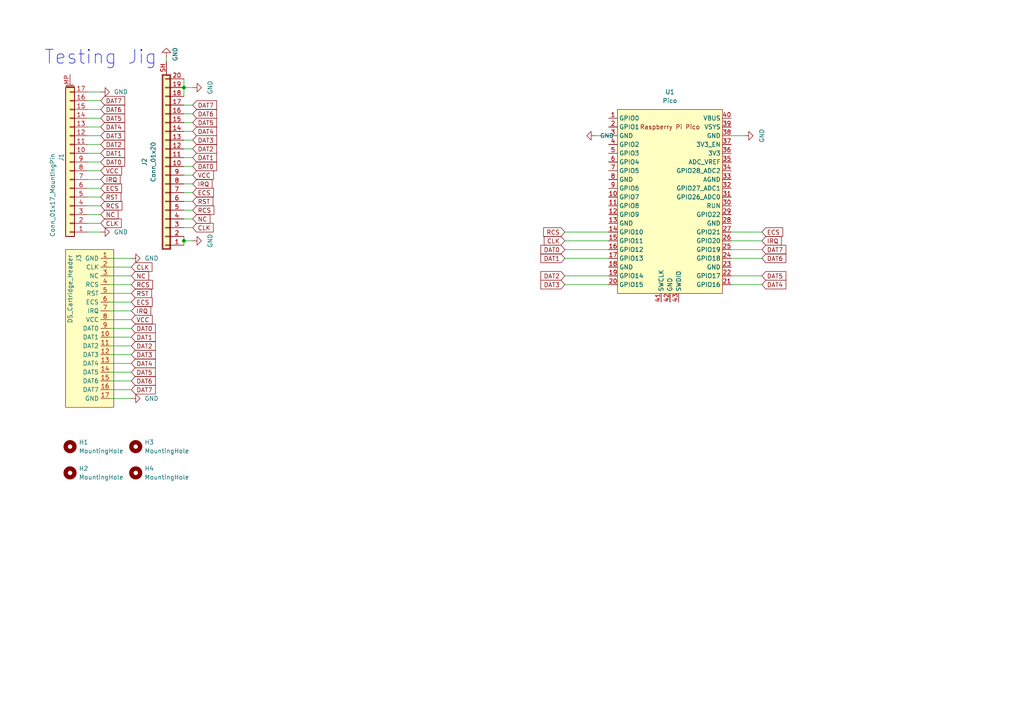
<source format=kicad_sch>
(kicad_sch (version 20211123) (generator eeschema)
  (paper "A4")
  (lib_symbols
    (symbol "Connector:DS_Cartridge_Header"
      (property "Reference" "U1" (at -19.05 0 0))
      (property "Value" "DS_Cartridge_Header" (at -10.16 -2.54 0))
      (symbol "DS_Cartridge_Header_0_1"
        (rectangle (start 24.13 10.16) (end -21.59 -3.81) (fill (type background)))
      )
      (symbol "DS_Cartridge_Header_1_1"
        (pin input line (at -19.05 8.89 270) (length 2.54) (name "GND") (number "1"))
        (pin input line (at 3.81 8.89 270) (length 2.54) (name "DAT1") (number "10"))
        (pin input line (at 6.35 8.89 270) (length 2.54) (name "DAT2") (number "11"))
        (pin input line (at 8.89 8.89 270) (length 2.54) (name "DAT3") (number "12"))
        (pin input line (at 11.43 8.89 270) (length 2.54) (name "DAT4") (number "13"))
        (pin input line (at 13.97 8.89 270) (length 2.54) (name "DAT5") (number "14"))
        (pin input line (at 16.51 8.89 270) (length 2.54) (name "DAT6") (number "15"))
        (pin input line (at 19.05 8.89 270) (length 2.54) (name "DAT7") (number "16"))
        (pin input line (at 21.59 8.89 270) (length 2.54) (name "GND") (number "17"))
        (pin input line (at -16.51 8.89 270) (length 2.54) (name "CLK") (number "2"))
        (pin input line (at -13.97 8.89 270) (length 2.54) (name "NC") (number "3"))
        (pin input line (at -11.43 8.89 270) (length 2.54) (name "RCS") (number "4"))
        (pin input line (at -8.89 8.89 270) (length 2.54) (name "RST") (number "5"))
        (pin input line (at -6.35 8.89 270) (length 2.54) (name "ECS") (number "6"))
        (pin input line (at -3.81 8.89 270) (length 2.54) (name "IRQ") (number "7"))
        (pin input line (at -1.27 8.89 270) (length 2.54) (name "VCC") (number "8"))
        (pin input line (at 1.27 8.89 270) (length 2.54) (name "DAT0") (number "9"))
      )
    )
    (symbol "Connector_Generic_MountingPin:Conn_01x17_MountingPin" (pin_names (offset 1.016) hide)
      (property "Reference" "J" (at 0 22.86 0))
      (property "Value" "Conn_01x17_MountingPin" (at 1.27 -22.86 0))
      (symbol "Conn_01x17_MountingPin_1_1"
        (rectangle (start -1.27 -20.193) (end 0 -20.447) (stroke (width 0.1524)))
        (rectangle (start -1.27 -17.653) (end 0 -17.907) (stroke (width 0.1524)))
        (rectangle (start -1.27 -15.113) (end 0 -15.367) (stroke (width 0.1524)))
        (rectangle (start -1.27 -12.573) (end 0 -12.827) (stroke (width 0.1524)))
        (rectangle (start -1.27 -10.033) (end 0 -10.287) (stroke (width 0.1524)))
        (rectangle (start -1.27 -7.493) (end 0 -7.747) (stroke (width 0.1524)))
        (rectangle (start -1.27 -4.953) (end 0 -5.207) (stroke (width 0.1524)))
        (rectangle (start -1.27 -2.413) (end 0 -2.667) (stroke (width 0.1524)))
        (rectangle (start -1.27 0.127) (end 0 -0.127) (stroke (width 0.1524)))
        (rectangle (start -1.27 2.667) (end 0 2.413) (stroke (width 0.1524)))
        (rectangle (start -1.27 5.207) (end 0 4.953) (stroke (width 0.1524)))
        (rectangle (start -1.27 7.747) (end 0 7.493) (stroke (width 0.1524)))
        (rectangle (start -1.27 10.287) (end 0 10.033) (stroke (width 0.1524)))
        (rectangle (start -1.27 12.827) (end 0 12.573) (stroke (width 0.1524)))
        (rectangle (start -1.27 15.367) (end 0 15.113) (stroke (width 0.1524)))
        (rectangle (start -1.27 17.907) (end 0 17.653) (stroke (width 0.1524)))
        (rectangle (start -1.27 20.447) (end 0 20.193) (stroke (width 0.1524)))
        (rectangle (start -1.27 21.59) (end 1.27 -21.59) (stroke (width 0.254)) (fill (type background)))
        (polyline (pts (xy -1.016 -22.352) (xy 1.016 -22.352)) (stroke (width 0.1524)))
        (text "Mounting" (at 0 -21.971 0) (effects (font (size 0.381 0.381))))
        (pin passive line (at -5.08 20.32 0) (length 3.81) (name "Pin_1") (number "1"))
        (pin passive line (at -5.08 -2.54 0) (length 3.81) (name "Pin_10") (number "10"))
        (pin passive line (at -5.08 -5.08 0) (length 3.81) (name "Pin_11") (number "11"))
        (pin passive line (at -5.08 -7.62 0) (length 3.81) (name "Pin_12") (number "12"))
        (pin passive line (at -5.08 -10.16 0) (length 3.81) (name "Pin_13") (number "13"))
        (pin passive line (at -5.08 -12.7 0) (length 3.81) (name "Pin_14") (number "14"))
        (pin passive line (at -5.08 -15.24 0) (length 3.81) (name "Pin_15") (number "15"))
        (pin passive line (at -5.08 -17.78 0) (length 3.81) (name "Pin_16") (number "16"))
        (pin passive line (at -5.08 -20.32 0) (length 3.81) (name "Pin_17") (number "17"))
        (pin passive line (at -5.08 17.78 0) (length 3.81) (name "Pin_2") (number "2"))
        (pin passive line (at -5.08 15.24 0) (length 3.81) (name "Pin_3") (number "3"))
        (pin passive line (at -5.08 12.7 0) (length 3.81) (name "Pin_4") (number "4"))
        (pin passive line (at -5.08 10.16 0) (length 3.81) (name "Pin_5") (number "5"))
        (pin passive line (at -5.08 7.62 0) (length 3.81) (name "Pin_6") (number "6"))
        (pin passive line (at -5.08 5.08 0) (length 3.81) (name "Pin_7") (number "7"))
        (pin passive line (at -5.08 2.54 0) (length 3.81) (name "Pin_8") (number "8"))
        (pin passive line (at -5.08 0 0) (length 3.81) (name "Pin_9") (number "9"))
        (pin passive line (at 0 -25.4 90) (length 3.048) (name "MountPin") (number "MP"))
      )
    )
    (symbol "Connector_Generic_Shielded:Conn_01x20_Shielded" (pin_names (offset 1.016) hide)
      (property "Reference" "J" (at 0.254 25.146 0))
      (property "Value" "Conn_01x20_Shielded" (at 1.016 -27.686 0))
      (symbol "Conn_01x20_Shielded_1_1"
        (rectangle (start -1.27 24.13) (end 1.27 -26.67) (stroke (width 0.1524)))
        (rectangle (start -1.016 -25.273) (end 0.254 -25.527) (stroke (width 0.1524)))
        (rectangle (start -1.016 -22.733) (end 0.254 -22.987) (stroke (width 0.1524)))
        (rectangle (start -1.016 -20.193) (end 0.254 -20.447) (stroke (width 0.1524)))
        (rectangle (start -1.016 -17.653) (end 0.254 -17.907) (stroke (width 0.1524)))
        (rectangle (start -1.016 -15.113) (end 0.254 -15.367) (stroke (width 0.1524)))
        (rectangle (start -1.016 -12.573) (end 0.254 -12.827) (stroke (width 0.1524)))
        (rectangle (start -1.016 -10.033) (end 0.254 -10.287) (stroke (width 0.1524)))
        (rectangle (start -1.016 -7.493) (end 0.254 -7.747) (stroke (width 0.1524)))
        (rectangle (start -1.016 -4.953) (end 0.254 -5.207) (stroke (width 0.1524)))
        (rectangle (start -1.016 -2.413) (end 0.254 -2.667) (stroke (width 0.1524)))
        (rectangle (start -1.016 0.127) (end 0.254 -0.127) (stroke (width 0.1524)))
        (rectangle (start -1.016 2.667) (end 0.254 2.413) (stroke (width 0.1524)))
        (rectangle (start -1.016 5.207) (end 0.254 4.953) (stroke (width 0.1524)))
        (rectangle (start -1.016 7.747) (end 0.254 7.493) (stroke (width 0.1524)))
        (rectangle (start -1.016 10.287) (end 0.254 10.033) (stroke (width 0.1524)))
        (rectangle (start -1.016 12.827) (end 0.254 12.573) (stroke (width 0.1524)))
        (rectangle (start -1.016 15.367) (end 0.254 15.113) (stroke (width 0.1524)))
        (rectangle (start -1.016 17.907) (end 0.254 17.653) (stroke (width 0.1524)))
        (rectangle (start -1.016 20.447) (end 0.254 20.193) (stroke (width 0.1524)))
        (rectangle (start -1.016 22.987) (end 0.254 22.733) (stroke (width 0.1524)))
        (rectangle (start -1.016 23.876) (end 1.016 -26.416) (stroke (width 0.254)) (fill (type background)))
        (pin passive line (at -5.08 22.86 0) (length 4.064) (name "Pin_1") (number "1"))
        (pin passive line (at -5.08 0 0) (length 4.064) (name "Pin_10") (number "10"))
        (pin passive line (at -5.08 -2.54 0) (length 4.064) (name "Pin_11") (number "11"))
        (pin passive line (at -5.08 -5.08 0) (length 4.064) (name "Pin_12") (number "12"))
        (pin passive line (at -5.08 -7.62 0) (length 4.064) (name "Pin_13") (number "13"))
        (pin passive line (at -5.08 -10.16 0) (length 4.064) (name "Pin_14") (number "14"))
        (pin passive line (at -5.08 -12.7 0) (length 4.064) (name "Pin_15") (number "15"))
        (pin passive line (at -5.08 -15.24 0) (length 4.064) (name "Pin_16") (number "16"))
        (pin passive line (at -5.08 -17.78 0) (length 4.064) (name "Pin_17") (number "17"))
        (pin passive line (at -5.08 -20.32 0) (length 4.064) (name "Pin_18") (number "18"))
        (pin passive line (at -5.08 -22.86 0) (length 4.064) (name "Pin_19") (number "19"))
        (pin passive line (at -5.08 20.32 0) (length 4.064) (name "Pin_2") (number "2"))
        (pin passive line (at -5.08 -25.4 0) (length 4.064) (name "Pin_20") (number "20"))
        (pin passive line (at -5.08 17.78 0) (length 4.064) (name "Pin_3") (number "3"))
        (pin passive line (at -5.08 15.24 0) (length 4.064) (name "Pin_4") (number "4"))
        (pin passive line (at -5.08 12.7 0) (length 4.064) (name "Pin_5") (number "5"))
        (pin passive line (at -5.08 10.16 0) (length 4.064) (name "Pin_6") (number "6"))
        (pin passive line (at -5.08 7.62 0) (length 4.064) (name "Pin_7") (number "7"))
        (pin passive line (at -5.08 5.08 0) (length 4.064) (name "Pin_8") (number "8"))
        (pin passive line (at -5.08 2.54 0) (length 4.064) (name "Pin_9") (number "9"))
        (pin passive line (at 0 -30.48 90) (length 3.81) (name "Shield") (number "SH"))
      )
    )
    (symbol "MCU_RaspberryPi_and_Boards:Pico"
      (property "Reference" "U" (at -13.97 27.94 0))
      (property "Value" "Pico" (at 0 19.05 0))
      (symbol "Pico_0_0"
        (text "Raspberry Pi Pico" (at 0 21.59 0) (effects (font (size 1.27 1.27))))
      )
      (symbol "Pico_0_1"
        (rectangle (start -15.24 26.67) (end 15.24 -26.67) (fill (type background)))
      )
      (symbol "Pico_1_1"
        (pin bidirectional line (at -17.78 24.13 0) (length 2.54) (name "GPIO0") (number "1"))
        (pin bidirectional line (at -17.78 1.27 0) (length 2.54) (name "GPIO7") (number "10"))
        (pin bidirectional line (at -17.78 -1.27 0) (length 2.54) (name "GPIO8") (number "11"))
        (pin bidirectional line (at -17.78 -3.81 0) (length 2.54) (name "GPIO9") (number "12"))
        (pin power_in line (at -17.78 -6.35 0) (length 2.54) (name "GND") (number "13"))
        (pin bidirectional line (at -17.78 -8.89 0) (length 2.54) (name "GPIO10") (number "14"))
        (pin bidirectional line (at -17.78 -11.43 0) (length 2.54) (name "GPIO11") (number "15"))
        (pin bidirectional line (at -17.78 -13.97 0) (length 2.54) (name "GPIO12") (number "16"))
        (pin bidirectional line (at -17.78 -16.51 0) (length 2.54) (name "GPIO13") (number "17"))
        (pin power_in line (at -17.78 -19.05 0) (length 2.54) (name "GND") (number "18"))
        (pin bidirectional line (at -17.78 -21.59 0) (length 2.54) (name "GPIO14") (number "19"))
        (pin bidirectional line (at -17.78 21.59 0) (length 2.54) (name "GPIO1") (number "2"))
        (pin bidirectional line (at -17.78 -24.13 0) (length 2.54) (name "GPIO15") (number "20"))
        (pin bidirectional line (at 17.78 -24.13 180) (length 2.54) (name "GPIO16") (number "21"))
        (pin bidirectional line (at 17.78 -21.59 180) (length 2.54) (name "GPIO17") (number "22"))
        (pin power_in line (at 17.78 -19.05 180) (length 2.54) (name "GND") (number "23"))
        (pin bidirectional line (at 17.78 -16.51 180) (length 2.54) (name "GPIO18") (number "24"))
        (pin bidirectional line (at 17.78 -13.97 180) (length 2.54) (name "GPIO19") (number "25"))
        (pin bidirectional line (at 17.78 -11.43 180) (length 2.54) (name "GPIO20") (number "26"))
        (pin bidirectional line (at 17.78 -8.89 180) (length 2.54) (name "GPIO21") (number "27"))
        (pin power_in line (at 17.78 -6.35 180) (length 2.54) (name "GND") (number "28"))
        (pin bidirectional line (at 17.78 -3.81 180) (length 2.54) (name "GPIO22") (number "29"))
        (pin power_in line (at -17.78 19.05 0) (length 2.54) (name "GND") (number "3"))
        (pin input line (at 17.78 -1.27 180) (length 2.54) (name "RUN") (number "30"))
        (pin bidirectional line (at 17.78 1.27 180) (length 2.54) (name "GPIO26_ADC0") (number "31"))
        (pin bidirectional line (at 17.78 3.81 180) (length 2.54) (name "GPIO27_ADC1") (number "32"))
        (pin power_in line (at 17.78 6.35 180) (length 2.54) (name "AGND") (number "33"))
        (pin bidirectional line (at 17.78 8.89 180) (length 2.54) (name "GPIO28_ADC2") (number "34"))
        (pin power_in line (at 17.78 11.43 180) (length 2.54) (name "ADC_VREF") (number "35"))
        (pin power_in line (at 17.78 13.97 180) (length 2.54) (name "3V3") (number "36"))
        (pin input line (at 17.78 16.51 180) (length 2.54) (name "3V3_EN") (number "37"))
        (pin bidirectional line (at 17.78 19.05 180) (length 2.54) (name "GND") (number "38"))
        (pin power_in line (at 17.78 21.59 180) (length 2.54) (name "VSYS") (number "39"))
        (pin bidirectional line (at -17.78 16.51 0) (length 2.54) (name "GPIO2") (number "4"))
        (pin power_in line (at 17.78 24.13 180) (length 2.54) (name "VBUS") (number "40"))
        (pin input line (at -2.54 -29.21 90) (length 2.54) (name "SWCLK") (number "41"))
        (pin power_in line (at 0 -29.21 90) (length 2.54) (name "GND") (number "42"))
        (pin bidirectional line (at 2.54 -29.21 90) (length 2.54) (name "SWDIO") (number "43"))
        (pin bidirectional line (at -17.78 13.97 0) (length 2.54) (name "GPIO3") (number "5"))
        (pin bidirectional line (at -17.78 11.43 0) (length 2.54) (name "GPIO4") (number "6"))
        (pin bidirectional line (at -17.78 8.89 0) (length 2.54) (name "GPIO5") (number "7"))
        (pin power_in line (at -17.78 6.35 0) (length 2.54) (name "GND") (number "8"))
        (pin bidirectional line (at -17.78 3.81 0) (length 2.54) (name "GPIO6") (number "9"))
      )
    )
    (symbol "Mechanical:MountingHole" (pin_names (offset 1.016))
      (property "Reference" "H" (at 0 5.08 0))
      (property "Value" "MountingHole" (at 0 3.175 0))
      (symbol "MountingHole_0_1"
        (circle (center 0 0) (radius 1.27) (stroke (width 1.27)))
      )
    )
    (symbol "power:GND" (power) (pin_names (offset 0))
      (property "Value" "GND" (at 0 -3.81 0))
      (symbol "GND_0_1"
        (polyline (pts (xy 0 0) (xy 0 -1.27) (xy 1.27 -1.27) (xy 0 -2.54) (xy -1.27 -1.27) (xy 0 -1.27)))
      )
      (symbol "GND_1_1"
        (pin power_in line (at 0 0 270) (length 0) hide (name "GND") (number "1"))
      )
    )
  )
  (junction (at 53.34 69.85))
  (junction (at 53.34 25.4))
  (wire (pts (xy 212.09 39.37) (xy 215.9 39.37)))
  (wire (pts (xy 172.72 39.37) (xy 176.53 39.37)))
  (wire (pts (xy 25.4 64.77) (xy 29.21 64.77)))
  (wire (pts (xy 53.34 69.85) (xy 55.88 69.85)))
  (wire (pts (xy 163.83 72.39) (xy 176.53 72.39)))
  (wire (pts (xy 53.34 50.8) (xy 55.88 50.8)))
  (wire (pts (xy 31.75 115.57) (xy 38.1 115.57)))
  (wire (pts (xy 25.4 34.29) (xy 29.21 34.29)))
  (wire (pts (xy 31.75 100.33) (xy 38.1 100.33)))
  (wire (pts (xy 31.75 82.55) (xy 38.1 82.55)))
  (wire (pts (xy 31.75 90.17) (xy 38.1 90.17)))
  (wire (pts (xy 53.34 43.18) (xy 55.88 43.18)))
  (wire (pts (xy 31.75 102.87) (xy 38.1 102.87)))
  (wire (pts (xy 53.34 25.4) (xy 53.34 22.86)))
  (wire (pts (xy 31.75 92.71) (xy 38.1 92.71)))
  (wire (pts (xy 31.75 77.47) (xy 38.1 77.47)))
  (wire (pts (xy 53.34 60.96) (xy 55.88 60.96)))
  (wire (pts (xy 53.34 58.42) (xy 55.88 58.42)))
  (wire (pts (xy 163.83 67.31) (xy 176.53 67.31)))
  (wire (pts (xy 25.4 26.67) (xy 29.21 26.67)))
  (wire (pts (xy 163.83 80.01) (xy 176.53 80.01)))
  (wire (pts (xy 25.4 57.15) (xy 29.21 57.15)))
  (wire (pts (xy 25.4 44.45) (xy 29.21 44.45)))
  (wire (pts (xy 212.09 69.85) (xy 220.98 69.85)))
  (wire (pts (xy 53.34 35.56) (xy 55.88 35.56)))
  (wire (pts (xy 53.34 25.4) (xy 55.88 25.4)))
  (wire (pts (xy 25.4 29.21) (xy 29.21 29.21)))
  (wire (pts (xy 53.34 48.26) (xy 55.88 48.26)))
  (wire (pts (xy 31.75 107.95) (xy 38.1 107.95)))
  (wire (pts (xy 53.34 66.04) (xy 55.88 66.04)))
  (wire (pts (xy 25.4 62.23) (xy 29.21 62.23)))
  (wire (pts (xy 212.09 72.39) (xy 220.98 72.39)))
  (wire (pts (xy 31.75 74.93) (xy 38.1 74.93)))
  (wire (pts (xy 48.26 17.78) (xy 48.26 16.51)))
  (wire (pts (xy 212.09 82.55) (xy 220.98 82.55)))
  (wire (pts (xy 31.75 110.49) (xy 38.1 110.49)))
  (wire (pts (xy 25.4 49.53) (xy 29.21 49.53)))
  (wire (pts (xy 163.83 82.55) (xy 176.53 82.55)))
  (wire (pts (xy 25.4 31.75) (xy 29.21 31.75)))
  (wire (pts (xy 53.34 55.88) (xy 55.88 55.88)))
  (wire (pts (xy 25.4 59.69) (xy 29.21 59.69)))
  (wire (pts (xy 25.4 67.31) (xy 29.21 67.31)))
  (wire (pts (xy 31.75 105.41) (xy 38.1 105.41)))
  (wire (pts (xy 53.34 45.72) (xy 55.88 45.72)))
  (wire (pts (xy 212.09 74.93) (xy 220.98 74.93)))
  (wire (pts (xy 53.34 53.34) (xy 55.88 53.34)))
  (wire (pts (xy 53.34 40.64) (xy 55.88 40.64)))
  (wire (pts (xy 31.75 87.63) (xy 38.1 87.63)))
  (wire (pts (xy 25.4 54.61) (xy 29.21 54.61)))
  (wire (pts (xy 31.75 113.03) (xy 38.1 113.03)))
  (wire (pts (xy 25.4 52.07) (xy 29.21 52.07)))
  (wire (pts (xy 212.09 80.01) (xy 220.98 80.01)))
  (wire (pts (xy 163.83 69.85) (xy 176.53 69.85)))
  (wire (pts (xy 25.4 41.91) (xy 29.21 41.91)))
  (wire (pts (xy 31.75 85.09) (xy 38.1 85.09)))
  (wire (pts (xy 163.83 74.93) (xy 176.53 74.93)))
  (wire (pts (xy 31.75 80.01) (xy 38.1 80.01)))
  (wire (pts (xy 25.4 46.99) (xy 29.21 46.99)))
  (wire (pts (xy 53.34 38.1) (xy 55.88 38.1)))
  (wire (pts (xy 53.34 71.12) (xy 53.34 69.85)))
  (wire (pts (xy 53.34 63.5) (xy 55.88 63.5)))
  (wire (pts (xy 53.34 30.48) (xy 55.88 30.48)))
  (wire (pts (xy 25.4 36.83) (xy 29.21 36.83)))
  (wire (pts (xy 31.75 97.79) (xy 38.1 97.79)))
  (wire (pts (xy 53.34 69.85) (xy 53.34 68.58)))
  (wire (pts (xy 31.75 95.25) (xy 38.1 95.25)))
  (wire (pts (xy 212.09 67.31) (xy 220.98 67.31)))
  (wire (pts (xy 53.34 33.02) (xy 55.88 33.02)))
  (wire (pts (xy 53.34 27.94) (xy 53.34 25.4)))
  (wire (pts (xy 25.4 39.37) (xy 29.21 39.37)))
  (text "Testing Jig" (at 12.7 19.05 0) (effects (font (size 4 4)) (justify left bottom)))
  (global_label "RST" (shape input) (at 29.21 57.15 0) (property "Intersheet References" "${INTERSHEET_REFS}" (effects hide)))
  (global_label "RST" (shape input) (at 38.1 85.09 0) (property "Intersheet References" "${INTERSHEET_REFS}" (effects hide)))
  (global_label "DAT2" (shape input) (at 38.1 100.33 0) (property "Intersheet References" "${INTERSHEET_REFS}" (effects hide)))
  (global_label "DAT5" (shape input) (at 220.98 80.01 0) (property "Intersheet References" "${INTERSHEET_REFS}" (effects hide)))
  (global_label "DAT1" (shape input) (at 38.1 97.79 0) (property "Intersheet References" "${INTERSHEET_REFS}" (effects hide)))
  (global_label "IRQ" (shape input) (at 220.98 69.85 0) (property "Intersheet References" "${INTERSHEET_REFS}" (effects hide)))
  (global_label "VCC" (shape input) (at 38.1 92.71 0) (property "Intersheet References" "${INTERSHEET_REFS}" (effects hide)))
  (global_label "DAT3" (shape input) (at 55.88 40.64 0) (property "Intersheet References" "${INTERSHEET_REFS}" (effects hide)))
  (global_label "IRQ" (shape input) (at 55.88 53.34 0) (property "Intersheet References" "${INTERSHEET_REFS}" (effects hide)))
  (global_label "RCS" (shape input) (at 38.1 82.55 0) (property "Intersheet References" "${INTERSHEET_REFS}" (effects hide)))
  (global_label "DAT1" (shape input) (at 55.88 45.72 0) (property "Intersheet References" "${INTERSHEET_REFS}" (effects hide)))
  (global_label "DAT7" (shape input) (at 220.98 72.39 0) (property "Intersheet References" "${INTERSHEET_REFS}" (effects hide)))
  (global_label "DAT0" (shape input) (at 29.21 46.99 0) (property "Intersheet References" "${INTERSHEET_REFS}" (effects hide)))
  (global_label "DAT4" (shape input) (at 55.88 38.1 0) (property "Intersheet References" "${INTERSHEET_REFS}" (effects hide)))
  (global_label "DAT3" (shape input) (at 163.83 82.55 180) (property "Intersheet References" "${INTERSHEET_REFS}" (effects hide)))
  (global_label "NC" (shape input) (at 55.88 63.5 0) (property "Intersheet References" "${INTERSHEET_REFS}" (effects hide)))
  (global_label "DAT7" (shape input) (at 38.1 113.03 0) (property "Intersheet References" "${INTERSHEET_REFS}" (effects hide)))
  (global_label "DAT2" (shape input) (at 55.88 43.18 0) (property "Intersheet References" "${INTERSHEET_REFS}" (effects hide)))
  (global_label "DAT6" (shape input) (at 38.1 110.49 0) (property "Intersheet References" "${INTERSHEET_REFS}" (effects hide)))
  (global_label "CLK" (shape input) (at 163.83 69.85 180) (property "Intersheet References" "${INTERSHEET_REFS}" (effects hide)))
  (global_label "RST" (shape input) (at 55.88 58.42 0) (property "Intersheet References" "${INTERSHEET_REFS}" (effects hide)))
  (global_label "DAT6" (shape input) (at 55.88 33.02 0) (property "Intersheet References" "${INTERSHEET_REFS}" (effects hide)))
  (global_label "DAT5" (shape input) (at 38.1 107.95 0) (property "Intersheet References" "${INTERSHEET_REFS}" (effects hide)))
  (global_label "DAT5" (shape input) (at 55.88 35.56 0) (property "Intersheet References" "${INTERSHEET_REFS}" (effects hide)))
  (global_label "DAT0" (shape input) (at 55.88 48.26 0) (property "Intersheet References" "${INTERSHEET_REFS}" (effects hide)))
  (global_label "ECS" (shape input) (at 29.21 54.61 0) (property "Intersheet References" "${INTERSHEET_REFS}" (effects hide)))
  (global_label "DAT7" (shape input) (at 29.21 29.21 0) (property "Intersheet References" "${INTERSHEET_REFS}" (effects hide)))
  (global_label "IRQ" (shape input) (at 29.21 52.07 0) (property "Intersheet References" "${INTERSHEET_REFS}" (effects hide)))
  (global_label "ECS" (shape input) (at 220.98 67.31 0) (property "Intersheet References" "${INTERSHEET_REFS}" (effects hide)))
  (global_label "DAT4" (shape input) (at 29.21 36.83 0) (property "Intersheet References" "${INTERSHEET_REFS}" (effects hide)))
  (global_label "DAT1" (shape input) (at 29.21 44.45 0) (property "Intersheet References" "${INTERSHEET_REFS}" (effects hide)))
  (global_label "CLK" (shape input) (at 38.1 77.47 0) (property "Intersheet References" "${INTERSHEET_REFS}" (effects hide)))
  (global_label "DAT2" (shape input) (at 29.21 41.91 0) (property "Intersheet References" "${INTERSHEET_REFS}" (effects hide)))
  (global_label "NC" (shape input) (at 29.21 62.23 0) (property "Intersheet References" "${INTERSHEET_REFS}" (effects hide)))
  (global_label "DAT4" (shape input) (at 38.1 105.41 0) (property "Intersheet References" "${INTERSHEET_REFS}" (effects hide)))
  (global_label "DAT2" (shape input) (at 163.83 80.01 180) (property "Intersheet References" "${INTERSHEET_REFS}" (effects hide)))
  (global_label "DAT0" (shape input) (at 38.1 95.25 0) (property "Intersheet References" "${INTERSHEET_REFS}" (effects hide)))
  (global_label "DAT4" (shape input) (at 220.98 82.55 0) (property "Intersheet References" "${INTERSHEET_REFS}" (effects hide)))
  (global_label "ECS" (shape input) (at 55.88 55.88 0) (property "Intersheet References" "${INTERSHEET_REFS}" (effects hide)))
  (global_label "DAT3" (shape input) (at 29.21 39.37 0) (property "Intersheet References" "${INTERSHEET_REFS}" (effects hide)))
  (global_label "DAT3" (shape input) (at 38.1 102.87 0) (property "Intersheet References" "${INTERSHEET_REFS}" (effects hide)))
  (global_label "CLK" (shape input) (at 29.21 64.77 0) (property "Intersheet References" "${INTERSHEET_REFS}" (effects hide)))
  (global_label "ECS" (shape input) (at 38.1 87.63 0) (property "Intersheet References" "${INTERSHEET_REFS}" (effects hide)))
  (global_label "DAT7" (shape input) (at 55.88 30.48 0) (property "Intersheet References" "${INTERSHEET_REFS}" (effects hide)))
  (global_label "VCC" (shape input) (at 29.21 49.53 0) (property "Intersheet References" "${INTERSHEET_REFS}" (effects hide)))
  (global_label "DAT5" (shape input) (at 29.21 34.29 0) (property "Intersheet References" "${INTERSHEET_REFS}" (effects hide)))
  (global_label "VCC" (shape input) (at 55.88 50.8 0) (property "Intersheet References" "${INTERSHEET_REFS}" (effects hide)))
  (global_label "IRQ" (shape input) (at 38.1 90.17 0) (property "Intersheet References" "${INTERSHEET_REFS}" (effects hide)))
  (global_label "RCS" (shape input) (at 55.88 60.96 0) (property "Intersheet References" "${INTERSHEET_REFS}" (effects hide)))
  (global_label "DAT6" (shape input) (at 220.98 74.93 0) (property "Intersheet References" "${INTERSHEET_REFS}" (effects hide)))
  (global_label "NC" (shape input) (at 38.1 80.01 0) (property "Intersheet References" "${INTERSHEET_REFS}" (effects hide)))
  (global_label "DAT1" (shape input) (at 163.83 74.93 180) (property "Intersheet References" "${INTERSHEET_REFS}" (effects hide)))
  (global_label "DAT0" (shape input) (at 163.83 72.39 180) (property "Intersheet References" "${INTERSHEET_REFS}" (effects hide)))
  (global_label "DAT6" (shape input) (at 29.21 31.75 0) (property "Intersheet References" "${INTERSHEET_REFS}" (effects hide)))
  (global_label "RCS" (shape input) (at 29.21 59.69 0) (property "Intersheet References" "${INTERSHEET_REFS}" (effects hide)))
  (global_label "CLK" (shape input) (at 55.88 66.04 0) (property "Intersheet References" "${INTERSHEET_REFS}" (effects hide)))
  (global_label "RCS" (shape input) (at 163.83 67.31 180) (property "Intersheet References" "${INTERSHEET_REFS}" (effects hide)))
  (symbol (lib_id "Connector_Generic_Shielded:Conn_01x20_Shielded") (at 48.26 48.26 180) (unit 1)
    (property "Reference" "J2" (at 41.91 46.99 90))
    (property "Value" "Conn_01x20" (at 44.45 46.99 90))
    (property "Footprint" "Connector_FFC-FPC:Hirose_FH12-20S-0.5SH_1x20-1MP_P0.50mm_Horizontal" (effects hide))
  )
  (symbol (lib_id "Mechanical:MountingHole") (at 39.37 137.16 0) (unit 1)
    (property "Reference" "H4" (at 41.91 135.8899 0) (effects (justify left)))
    (property "Value" "MountingHole" (at 41.91 138.4299 0) (effects (justify left)))
    (property "Footprint" "MountingHole:MountingHole_2.7mm_M2.5" (effects hide))
  )
  (symbol (lib_id "power:GND") (at 38.1 74.93 90) (unit 1)
    (property "Reference" "#PWR0104" (effects hide))
    (property "Value" "GND" (at 41.91 74.9299 90) (effects (justify right)))
  )
  (symbol (lib_id "power:GND") (at 48.26 16.51 180) (unit 1)
    (property "Reference" "#PWR0102" (effects hide))
    (property "Value" "GND" (at 50.8 17.78 90) (effects (justify right)))
  )
  (symbol (lib_id "MCU_RaspberryPi_and_Boards:Pico") (at 194.31 58.42 0) (unit 1)
    (property "Reference" "U1" (at 194.31 26.67 0))
    (property "Value" "Pico" (at 194.31 29.21 0))
    (property "Footprint" "MCU_RaspberryPi_and_Boards:RPi_Pico_SMD_TH" (effects hide))
  )
  (symbol (lib_id "power:GND") (at 172.72 39.37 270) (unit 1)
    (property "Reference" "#PWR?" (effects hide))
    (property "Value" "GND" (at 173.99 39.3699 90) (effects (justify left)))
  )
  (symbol (lib_id "Connector:DS_Cartridge_Header") (at 22.86 93.98 270) (unit 1)
    (property "Reference" "J3" (at 22.86 74.93 0))
    (property "Value" "DS_Cartridge_Header" (at 20.32 83.82 0))
    (property "Footprint" "TestPoint:SIP-17" (effects hide))
  )
  (symbol (lib_id "power:GND") (at 215.9 39.37 90) (unit 1)
    (property "Reference" "#PWR?" (effects hide))
    (property "Value" "GND" (at 220.98 39.37 0))
  )
  (symbol (lib_id "power:GND") (at 55.88 25.4 90) (unit 1)
    (property "Reference" "#PWR0106" (effects hide))
    (property "Value" "GND" (at 60.96 25.4 0))
  )
  (symbol (lib_id "Mechanical:MountingHole") (at 20.32 129.54 0) (unit 1)
    (property "Reference" "H1" (at 22.86 128.2699 0) (effects (justify left)))
    (property "Value" "MountingHole" (at 22.86 130.8099 0) (effects (justify left)))
    (property "Footprint" "MountingHole:MountingHole_2.7mm_M2.5" (effects hide))
  )
  (symbol (lib_id "Mechanical:MountingHole") (at 39.37 129.54 0) (unit 1)
    (property "Reference" "H3" (at 41.91 128.2699 0) (effects (justify left)))
    (property "Value" "MountingHole" (at 41.91 130.8099 0) (effects (justify left)))
    (property "Footprint" "MountingHole:MountingHole_2.7mm_M2.5" (effects hide))
  )
  (symbol (lib_id "power:GND") (at 38.1 115.57 90) (unit 1)
    (property "Reference" "#PWR0105" (effects hide))
    (property "Value" "GND" (at 41.91 115.5699 90) (effects (justify right)))
  )
  (symbol (lib_id "power:GND") (at 29.21 26.67 90) (unit 1)
    (property "Reference" "#PWR0101" (effects hide))
    (property "Value" "GND" (at 33.02 26.6699 90) (effects (justify right)))
  )
  (symbol (lib_id "Connector_Generic_MountingPin:Conn_01x17_MountingPin") (at 20.32 46.99 180) (unit 1)
    (property "Reference" "J1" (at 17.78 44.45 90) (effects (justify left)))
    (property "Value" "Conn_01x17_MountingPin" (at 15.24 44.45 90) (effects (justify left)))
    (property "Footprint" "Connector_PinHeader_2.54mm:PinHeader_1x17_P2.54mm_Horizontal" (effects hide))
  )
  (symbol (lib_id "power:GND") (at 55.88 69.85 90) (unit 1)
    (property "Reference" "#PWR0107" (effects hide))
    (property "Value" "GND" (at 60.96 69.85 0))
  )
  (symbol (lib_id "power:GND") (at 29.21 67.31 90) (unit 1)
    (property "Reference" "#PWR0103" (effects hide))
    (property "Value" "GND" (at 33.02 67.3099 90) (effects (justify right)))
  )
  (symbol (lib_id "Mechanical:MountingHole") (at 20.32 137.16 0) (unit 1)
    (property "Reference" "H2" (at 22.86 135.8899 0) (effects (justify left)))
    (property "Value" "MountingHole" (at 22.86 138.4299 0) (effects (justify left)))
    (property "Footprint" "MountingHole:MountingHole_2.7mm_M2.5" (effects hide))
  )
)
</source>
